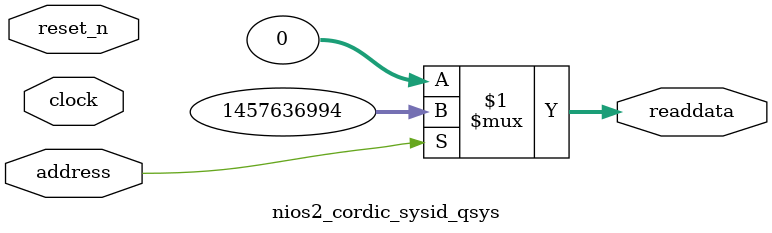
<source format=v>

`timescale 1ns / 1ps
// synthesis translate_on

// turn off superfluous verilog processor warnings 
// altera message_level Level1 
// altera message_off 10034 10035 10036 10037 10230 10240 10030 

module nios2_cordic_sysid_qsys (
               // inputs:
                address,
                clock,
                reset_n,

               // outputs:
                readdata
             )
;

  output  [ 31: 0] readdata;
  input            address;
  input            clock;
  input            reset_n;

  wire    [ 31: 0] readdata;
  //control_slave, which is an e_avalon_slave
  assign readdata = address ? 1457636994 : 0;

endmodule




</source>
